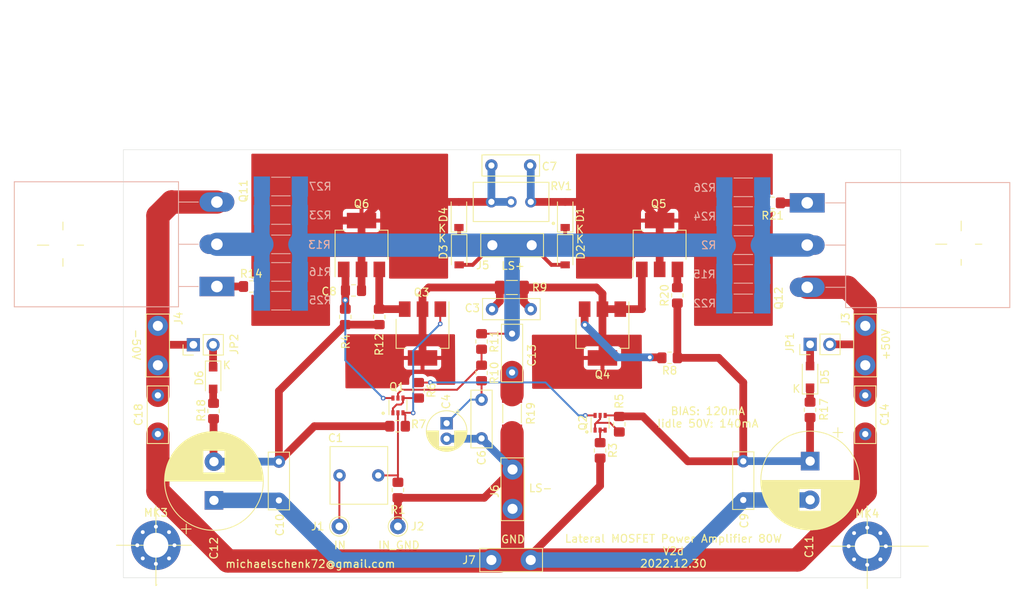
<source format=kicad_pcb>
(kicad_pcb (version 20211014) (generator pcbnew)
  (layers (0 "F.Cu" signal) (31 "B.Cu" signal) (34 "B.Paste" user) (35 "F.Paste" user) (36 "B.SilkS" user "B.Silkscreen") (37 "F.SilkS" user "F.Silkscreen") (38 "B.Mask" user) (39 "F.Mask" user) (44 "Edge.Cuts" user))
  (net 0 "")
  (net 1 "GND")
  (net 2 "Net-(C3-Pad1)")
  (net 3 "Net-(C3-Pad2)")
  (net 4 "Net-(C4-Pad1)")
  (net 5 "Net-(Q1-Pad5)")
  (net 6 "Net-(C13-Pad1)")
  (net 7 "Net-(C7-Pad2)")
  (net 8 "Net-(C7-Pad1)")
  (net 9 "Net-(C8-Pad1)")
  (net 10 "Net-(C11-Pad1)")
  (net 11 "Net-(C10-Pad2)")
  (net 12 "Net-(C13-Pad2)")
  (net 13 "Net-(C1-Pad2)")
  (net 14 "Net-(D1-Pad1)")
  (net 15 "Net-(D3-Pad1)")
  (net 16 "Net-(D5-Pad2)")
  (net 17 "Net-(D5-Pad1)")
  (net 18 "Net-(D6-Pad2)")
  (net 19 "Net-(D6-Pad1)")
  (net 20 "Net-(Q1-Pad3)")
  (net 21 "Net-(Q11-Pad1)")
  (net 22 "Net-(C14-Pad1)")
  (net 23 "Net-(C18-Pad2)")
  (net 24 "Net-(Q1-Pad1)")
  (net 25 "Net-(Q2-Pad6)")
  (net 26 "Net-(Q3-Pad3)")
  (net 27 "Net-(Q4-Pad3)")
  (net 28 "Net-(Q5-Pad3)")
  (net 29 "Net-(Q2-Pad2)")
  (net 30 "Net-(Q2-Pad1)")
  (net 31 "Net-(Q12-Pad1)")
  (net 32 "Net-(Q1-Pad2)")
  (net 33 "Net-(Q11-Pad2)")
  (net 34 "Net-(Q12-Pad2)")
  (footprint "Resistor_SMD:R_0805_2012Metric_Pad1.20x1.40mm_HandSolder" (layer "F.Cu") (at 180.721 63.373 90)
    (fp_text reference "R20")
    (fp_text value "100R")
  )
  (footprint "Capacitor_THT:C_Rect_L7.2mm_W7.2mm_P5.00mm_FKS2_FKP2_MKS2_MKP2" (layer "F.Cu") (at 142.113 86.614 180)
    (fp_text reference "C1")
    (fp_text value "3.3uF")
  )
  (footprint "Capacitor_THT:C_Rect_L7.2mm_W2.5mm_P5.00mm_FKS2_FKP2_MKS2_MKP2" (layer "F.Cu") (at 161.798 65.151 180)
    (fp_text reference "C3")
    (fp_text value "10n")
  )
  (footprint "Capacitor_THT:CP_Radial_D5.0mm_P2.00mm" (layer "F.Cu") (at 150.9395 79.883 -90)
    (fp_text reference "C4")
    (fp_text value "47u/16V")
  )
  (footprint "Capacitor_THT:C_Rect_L7.2mm_W2.5mm_P5.00mm_FKS2_FKP2_MKS2_MKP2" (layer "F.Cu") (at 155.448 76.835 -90)
    (fp_text reference "C6")
    (fp_text value "100n")
  )
  (footprint "Capacitor_SMD:C_0805_2012Metric_Pad1.18x1.45mm_HandSolder" (layer "F.Cu") (at 138.9165 62.738)
    (fp_text reference "C8")
    (fp_text value "18p")
  )
  (footprint "Capacitor_THT:C_Rect_L7.2mm_W2.5mm_P5.00mm_FKS2_FKP2_MKS2_MKP2" (layer "F.Cu") (at 189.23 84.789 -90)
    (fp_text reference "C9")
    (fp_text value "100n")
  )
  (footprint "Capacitor_THT:CP_Radial_D12.5mm_P5.00mm" (layer "F.Cu") (at 197.866 84.7725 -90)
    (fp_text reference "C11")
    (fp_text value "220u/100V")
  )
  (footprint "Capacitor_THT:C_Rect_L7.2mm_W2.5mm_P5.00mm_FKS2_FKP2_MKS2_MKP2" (layer "F.Cu") (at 159.385 68.326 -90)
    (fp_text reference "C13")
    (fp_text value "22n")
  )
  (footprint "Diode_SMD:D_SOD-123" (layer "F.Cu") (at 166.243 52.958 90)
    (fp_text reference "D1")
    (fp_text value "1N914")
  )
  (footprint "Diode_SMD:D_SOD-123" (layer "F.Cu") (at 166.243 57.785 -90)
    (fp_text reference "D2")
    (fp_text value "12V/0.5W")
  )
  (footprint "Diode_SMD:D_SOD-123" (layer "F.Cu") (at 152.5524 57.785 -90)
    (fp_text reference "D3")
    (fp_text value "1N914")
  )
  (footprint "Diode_SMD:D_SOD-123" (layer "F.Cu") (at 152.527 52.958 90)
    (fp_text reference "D4")
    (fp_text value "12V/0.5W")
  )
  (footprint "Diode_SMD:D_SOD-123F" (layer "F.Cu") (at 197.85 73.9 90)
    (fp_text reference "D5")
    (fp_text value "SM4002PL-TP")
  )
  (footprint "Connector_Pin:Pin_D1.0mm_L10.0mm" (layer "F.Cu") (at 137.0935 93.2)
    (fp_text reference "J1")
    (fp_text value "Conn_01x01")
  )
  (footprint "Connector_Pin:Pin_D1.0mm_L10.0mm" (layer "F.Cu") (at 144.65 93.2)
    (fp_text reference "J2")
    (fp_text value "Conn_01x01")
  )
  (footprint "kicad-snk:TE-726386-2_Pitch5.08mm_Drill1.3mm" (layer "F.Cu") (at 204.978 72.39 90)
    (fp_text reference "J3")
    (fp_text value "+50V")
  )
  (footprint "kicad-snk:TE-726386-2_Pitch5.08mm_Drill1.3mm" (layer "F.Cu") (at 156.845 56.896)
    (fp_text reference "J5")
    (fp_text value "LS+")
  )
  (footprint "kicad-snk:TE-726386-2_Pitch5.08mm_Drill1.3mm" (layer "F.Cu") (at 159.4485 85.852 -90)
    (fp_text reference "J6")
    (fp_text value "LS-")
  )
  (footprint "kicad-snk:TE-726386-2_Pitch5.08mm_Drill1.3mm" (layer "F.Cu") (at 156.718 97.536)
    (fp_text reference "J7")
    (fp_text value "GND")
  )
  (footprint "Connector_PinHeader_2.54mm:PinHeader_1x02_P2.54mm_Vertical" (layer "F.Cu") (at 197.86 69.7 90)
    (fp_text reference "JP1")
    (fp_text value "Jump")
  )
  (footprint "MountingHole:MountingHole_3.2mm_M3_Pad_Via" (layer "F.Cu") (at 113.411 95.631)
    (fp_text reference "MK3")
    (fp_text value "Mounting_Hole_PAD")
  )
  (footprint "MountingHole:MountingHole_3.2mm_M3_Pad_Via" (layer "F.Cu") (at 205.232 95.758)
    (fp_text reference "MK4")
    (fp_text value "Mounting_Hole_PAD")
  )
  (footprint "Resistor_SMD:R_0805_2012Metric_Pad1.20x1.40mm_HandSolder" (layer "F.Cu") (at 144.65 88.503 -90)
    (fp_text reference "R1")
    (fp_text value "22k")
  )
  (footprint "Resistor_SMD:R_0805_2012Metric_Pad1.20x1.40mm_HandSolder" (layer "F.Cu") (at 170.7515 83.3915 -90)
    (fp_text reference "R3")
    (fp_text value "22k/0.25W")
  )
  (footprint "Resistor_SMD:R_0805_2012Metric_Pad1.20x1.40mm_HandSolder" (layer "F.Cu") (at 173.228 80.01 -90)
    (fp_text reference "R5")
    (fp_text value "680R")
  )
  (footprint "Resistor_SMD:R_0805_2012Metric_Pad1.20x1.40mm_HandSolder" (layer "F.Cu") (at 147.32 75.6285 -90)
    (fp_text reference "R6")
    (fp_text value "22k")
  )
  (footprint "Resistor_SMD:R_1206_3216Metric_Pad1.30x1.75mm_HandSolder" (layer "F.Cu") (at 159.359 62.357 180)
    (fp_text reference "R9")
    (fp_text value "12k/1W")
  )
  (footprint "Resistor_SMD:R_0805_2012Metric_Pad1.20x1.40mm_HandSolder" (layer "F.Cu") (at 155.448 73.39 -90)
    (fp_text reference "R10")
    (fp_text value "1k")
  )
  (footprint "Resistor_SMD:R_0805_2012Metric_Pad1.20x1.40mm_HandSolder" (layer "F.Cu") (at 155.448 69.326 -90)
    (fp_text reference "R11")
    (fp_text value "22k")
  )
  (footprint "Resistor_SMD:R_0805_2012Metric_Pad1.20x1.40mm_HandSolder" (layer "F.Cu") (at 142.24 66.151 -90)
    (fp_text reference "R12")
    (fp_text value "100R")
  )
  (footprint "Resistor_SMD:R_0805_2012Metric_Pad1.20x1.40mm_HandSolder" (layer "F.Cu") (at 125.714 62.23)
    (fp_text reference "R14")
    (fp_text value "220R")
  )
  (footprint "Resistor_SMD:R_0805_2012Metric_Pad1.20x1.40mm_HandSolder" (layer "F.Cu") (at 197.85 78.15 90)
    (fp_text reference "R17")
    (fp_text value "100R")
  )
  (footprint "Resistor_SMD:R_MELF_MMB-0207" (layer "F.Cu") (at 159.385 78.65 -90)
    (fp_text reference "R19")
    (fp_text value "6.8R/1W")
  )
  (footprint "Resistor_SMD:R_0805_2012Metric_Pad1.20x1.40mm_HandSolder" (layer "F.Cu") (at 193.024 51.435 180)
    (fp_text reference "R21")
    (fp_text value "220R")
  )
  (footprint "Capacitor_THT:C_Rect_L7.2mm_W2.5mm_P5.00mm_FKS2_FKP2_MKS2_MKP2" (layer "F.Cu") (at 204.978 76.28 -90)
    (fp_text reference "C14")
    (fp_text value "100n")
  )
  (footprint "Resistor_SMD:R_0805_2012Metric_Pad1.20x1.40mm_HandSolder" (layer "F.Cu") (at 120.85 78.3 -90)
    (fp_text reference "R18")
    (fp_text value "100R")
  )
  (footprint "Capacitor_THT:C_Rect_L7.2mm_W2.5mm_P5.00mm_FKS2_FKP2_MKS2_MKP2" (layer "F.Cu") (at 129.286 89.836 90)
    (fp_text reference "C10")
    (fp_text value "100n")
  )
  (footprint "Capacitor_THT:CP_Radial_D12.5mm_P5.00mm" (layer "F.Cu") (at 120.904 89.836 90)
    (fp_text reference "C12")
    (fp_text value "220u/100V")
  )
  (footprint "Resistor_SMD:R_0805_2012Metric_Pad1.20x1.40mm_HandSolder" (layer "F.Cu") (at 144.6055 80.264 180)
    (fp_text reference "R7")
    (fp_text value "4k7")
  )
  (footprint "Resistor_SMD:R_0805_2012Metric_Pad1.20x1.40mm_HandSolder" (layer "F.Cu") (at 137.8585 66.151 -90)
    (fp_text reference "R4")
    (fp_text value "4k7")
  )
  (footprint "Package_TO_SOT_SMD:SOT-223-3_TabPin2" (layer "F.Cu") (at 147.828 68.301 -90)
    (fp_text reference "Q3")
    (fp_text value "DZT5551")
  )
  (footprint "Package_TO_SOT_SMD:SOT-223-3_TabPin2" (layer "F.Cu") (at 171.055 68.301 -90)
    (fp_text reference "Q4")
    (fp_text value "DZT5401")
  )
  (footprint "Package_TO_SOT_SMD:SOT-223-3_TabPin2" (layer "F.Cu") (at 178.435 56.871 90)
    (fp_text reference "Q5")
    (fp_text value "DZT5401")
  )
  (footprint "Package_TO_SOT_SMD:SOT-223-3_TabPin2" (layer "F.Cu") (at 139.954 56.871 90)
    (fp_text reference "Q6")
    (fp_text value "DZT5551")
  )
  (footprint "Package_TO_SOT_SMD:SOT-363_SC-70-6" (layer "F.Cu") (at 144.6555 77.582 90)
    (fp_text reference "Q1")
    (fp_text value "BC856BS")
  )
  (footprint "Package_TO_SOT_SMD:SOT-363_SC-70-6" (layer "F.Cu") (at 170.7515 79.8195 90)
    (fp_text reference "Q2")
    (fp_text value "BC856BS")
  )
  (footprint "kicad-snk:TE-726386-2_Pitch5.08mm_Drill1.3mm" (layer "F.Cu") (at 113.665 72.39 90)
    (fp_text reference "J4")
    (fp_text value "-50V")
  )
  (footprint "Connector_PinHeader_2.54mm:PinHeader_1x02_P2.54mm_Vertical" (layer "F.Cu") (at 118.25 69.75 90)
    (fp_text reference "JP2")
    (fp_text value "Jump")
  )
  (footprint "Capacitor_THT:C_Rect_L7.2mm_W2.5mm_P5.00mm_FKS2_FKP2_MKS2_MKP2" (layer "F.Cu") (at 113.665 81.28 90)
    (fp_text reference "C18")
    (fp_text value "100n")
  )
  (footprint "Diode_SMD:D_SOD-123F" (layer "F.Cu") (at 120.8 74.05 -90)
    (fp_text reference "D6")
    (fp_text value "SM4002PL-TP")
  )
  (footprint "Capacitor_THT:C_Rect_L7.2mm_W2.5mm_P5.00mm_FKS2_FKP2_MKS2_MKP2" (layer "F.Cu") (at 156.718 46.609)
    (fp_text reference "C7")
    (fp_text value "100n")
  )
  (footprint "Potentiometer_THT:Potentiometer_Bourns_3296W_Vertical" (layer "F.Cu") (at 161.798 51.308)
    (fp_text reference "RV1")
    (fp_text value "500R")
  )
  (footprint "Resistor_SMD:R_0805_2012Metric_Pad1.20x1.40mm_HandSolder" (layer "F.Cu") (at 179.721 71.4375 180)
    (fp_text reference "R8")
    (fp_text value "100R")
  )
  (footprint "Package_TO_SOT_THT:TO-247-3_Horizontal_TabUp" (layer "B.Cu") (at 121.285 62.23 90)
    (fp_text reference "Q11")
    (fp_text value "ECX10P20")
  )
  (footprint "Package_TO_SOT_THT:TO-247-3_Horizontal_TabUp" (layer "B.Cu") (at 197.485 51.435 -90)
    (fp_text reference "Q12")
    (fp_text value "ECX10N20")
  )
  (footprint "Resistor_SMD:R_MELF_MMB-0207" (layer "B.Cu") (at 189.2416 56.896 180)
    (fp_text reference "R2")
    (fp_text value "1R")
  )
  (footprint "Resistor_SMD:R_MELF_MMB-0207" (layer "B.Cu") (at 189.23 53.1368 180)
    (fp_text reference "R24")
    (fp_text value "1R")
  )
  (footprint "Resistor_SMD:R_MELF_MMB-0207" (layer "B.Cu") (at 189.23 64.4144 180)
    (fp_text reference "R22")
    (fp_text value "1R")
  )
  (footprint "Resistor_SMD:R_MELF_MMB-0207" (layer "B.Cu") (at 129.54 53 180)
    (fp_text reference "R23")
    (fp_text value "1R")
  )
  (footprint "Resistor_SMD:R_MELF_MMB-0207" (layer "B.Cu") (at 129.54 49.3268 180)
    (fp_text reference "R27")
    (fp_text value "1R")
  )
  (footprint "Resistor_SMD:R_MELF_MMB-0207" (layer "B.Cu") (at 129.54 64.0588 180)
    (fp_text reference "R25")
    (fp_text value "1R")
  )
  (footprint "Resistor_SMD:R_MELF_MMB-0207" (layer "B.Cu") (at 189.23 49.4284 180)
    (fp_text reference "R26")
    (fp_text value "1R")
  )
  (footprint "Resistor_SMD:R_MELF_MMB-0207" (layer "B.Cu") (at 189.2416 60.6044 180)
    (fp_text reference "R15")
    (fp_text value "1R")
  )
  (footprint "Resistor_SMD:R_MELF_MMB-0207" (layer "B.Cu") (at 129.54 56.7944 180)
    (fp_text reference "R13")
    (fp_text value "1R")
  )
  (footprint "Resistor_SMD:R_MELF_MMB-0207" (layer "B.Cu") (at 129.54 60.3504 180)
    (fp_text reference "R16")
    (fp_text value "1R")
  )
  (gr_line (start 98.1075 56.896) (end 104.0765 56.896) (layer "F.SilkS") (width 0.12))
  (gr_line (start 101.4095 53.9115) (end 101.4095 59.6265) (layer "F.SilkS") (width 0.12))
  (gr_line (start 213.106 95.758) (end 200.533 95.758) (layer "F.SilkS") (width 0.12))
  (gr_line (start 117.983 95.631) (end 108.331 95.631) (layer "F.SilkS") (width 0.12))
  (gr_line (start 205.232 101.219) (end 205.232 90.551) (layer "F.SilkS") (width 0.12))
  (gr_line (start 217.3605 53.7845) (end 217.3605 59.4995) (layer "F.SilkS") (width 0.12))
  (gr_line (start 214.0585 56.769) (end 220.0275 56.769) (layer "F.SilkS") (width 0.12))
  (gr_line (start 113.411 90.551) (end 113.411 100.838) (layer "F.SilkS") (width 0.12))
  (gr_line (start 113.411 100.838) (end 113.538 100.711) (layer "F.SilkS") (width 0.12))
  (gr_line (start 109.22 99.822) (end 209.55 99.822) (layer "Edge.Cuts") (width 0.05))
  (gr_line (start 109.22 44.577) (end 109.22 99.822) (layer "Edge.Cuts") (width 0.05))
  (gr_line (start 209.55 44.577) (end 209.55 99.822) (layer "Edge.Cuts") (width 0.05))
  (gr_line (start 109.22 44.577) (end 209.55 44.577) (layer "Edge.Cuts") (width 0.05))
  (gr_text "GND" (at 159.512 94.869) (layer "F.SilkS") (effects (font (size 1 1))))
  (gr_text "-50V" (at 110.871 69.723 -90) (layer "F.SilkS") (effects (font (size 1 1))))
  (gr_text "°" (at 164.719 54.483) (layer "F.SilkS") (effects (font (size 1 1))))
  (gr_text "°" (at 169.037 81.407) (layer "F.SilkS") (effects (font (size 1 1))))
  (gr_text "°" (at 142.748 78.994) (layer "F.SilkS") (effects (font (size 1 1))))
  (gr_text "IN" (at 137.16 95.631) (layer "F.SilkS") (effects (font (size 1 1))))
  (gr_text "LS+" (at 159.512 59.563) (layer "F.SilkS") (effects (font (size 1 1))))
  (gr_text "K" (at 122.555 72.39) (layer "F.SilkS") (effects (font (size 1 1))))
  (gr_text "+50V" (at 207.645 69.723 90) (layer "F.SilkS") (effects (font (size 1 1))))
  (gr_text "IN_GND" (at 144.78 95.631) (layer "F.SilkS") (effects (font (size 1 1))))
  (gr_text "K" (at 168.148 56.134) (layer "F.SilkS") (effects (font (size 1 1))))
  (gr_text "michaelschenk72@gmail.com" (at 133.35 98.044) (layer "F.SilkS") (effects (font (size 1 1))))
  (gr_text "K" (at 196.088 75.438) (layer "F.SilkS") (effects (font (size 1 1))))
  (gr_text "BIAS: 120mA\nIidle 50V: 140mA" (at 184.658 79.121) (layer "F.SilkS") (effects (font (size 1 1))))
  (gr_text "K" (at 150.368 56.007) (layer "F.SilkS") (effects (font (size 1 1))))
  (gr_text "Lateral MOSFET Power Amplifier 80W\nV2d\n2022.12.30" (at 180.213 96.393) (layer "F.SilkS") (effects (font (size 1 1))))
  (gr_text "K" (at 168.148 54.864) (layer "F.SilkS") (effects (font (size 1 1))))
  (gr_text "K" (at 150.368 54.737) (layer "F.SilkS") (effects (font (size 1 1))))
  (gr_text "LS-" (at 163.068 88.265) (layer "F.SilkS") (effects (font (size 1 1))))
  (segment (start 159.4485 96.8375) (end 161.8615 96.8375) (width 1) (layer "F.Cu") (net 1))
  (segment (start 113.665 81.28) (end 113.665 88.632998) (width 3) (layer "F.Cu") (net 1))
  (segment (start 196.201998 97.536) (end 160.9725 97.536) (width 3) (layer "F.Cu") (net 1))
  (segment (start 144.65 93.2) (end 144.65 89.503) (width 1) (layer "F.Cu") (net 1))
  (segment (start 159.4485 85.852) (end 159.4485 90.932) (width 3) (layer "F.Cu") (net 1))
  (segment (start 161.8615 96.8375) (end 170.7515 87.9475) (width 1) (layer "F.Cu") (net 1))
  (segment (start 122.695002 97.663) (end 157.7975 97.663) (width 3) (layer "F.Cu") (net 1))
  (segment (start 158.75 97.536) (end 156.718 97.536) (width 3) (layer "F.Cu") (net 1))
  (segment (start 170.7515 87.9475) (end 170.7515 84.3915) (width 1) (layer "F.Cu") (net 1))
  (segment (start 144.65 89.503) (end 155.7975 89.503) (width 1) (layer "F.Cu") (net 1))
  (segment (start 159.385 81.1) (end 159.385 85.7885) (width 3) (layer "F.Cu") (net 1))
  (segment (start 204.978 88.759998) (end 196.201998 97.536) (width 3) (layer "F.Cu") (net 1))
  (segment (start 155.7975 89.503) (end 159.4485 85.852) (width 1) (layer "F.Cu") (net 1))
  (segment (start 204.978 81.28) (end 204.978 88.759998) (width 3) (layer "F.Cu") (net 1))
  (segment (start 161.798 97.536) (end 158.75 97.536) (width 3) (layer "F.Cu") (net 1))
  (segment (start 159.4485 90.932) (end 159.4485 96.8375) (width 3) (layer "F.Cu") (net 1))
  (segment (start 113.665 88.632998) (end 122.695002 97.663) (width 3) (layer "F.Cu") (net 1))
  (segment (start 159.4485 96.8375) (end 158.75 97.536) (width 3) (layer "F.Cu") (net 1))
  (segment (start 189.23 89.789) (end 181.469 97.55) (width 2) (layer "B.Cu") (net 1))
  (segment (start 156.718 97.536) (end 136.986 97.536) (width 2) (layer "B.Cu") (net 1))
  (segment (start 181.455 97.536) (end 181.469 97.55) (width 2) (layer "B.Cu") (net 1))
  (segment (start 150.9395 81.883) (end 155.4 81.883) (width 1) (layer "B.Cu") (net 1))
  (segment (start 155.448 81.8515) (end 159.4485 85.852) (width 1) (layer "B.Cu") (net 1))
  (segment (start 189.23 89.789) (end 197.8495 89.789) (width 2) (layer "B.Cu") (net 1))
  (segment (start 129.286 89.836) (end 120.904 89.836) (width 2) (layer "B.Cu") (net 1))
  (segment (start 136.986 97.536) (end 129.286 89.836) (width 2) (layer "B.Cu") (net 1))
  (segment (start 161.798 97.536) (end 181.455 97.536) (width 2) (layer "B.Cu") (net 1))
  (segment (start 160.909 62.357) (end 160.909 64.262) (width 1) (layer "F.Cu") (net 2))
  (segment (start 160.909 62.357) (end 170.261 62.357) (width 1) (layer "F.Cu") (net 2))
  (segment (start 176.149 65.151) (end 176.135 65.137) (width 1) (layer "F.Cu") (net 2))
  (segment (start 176.135 65.137) (end 176.135 60.021) (width 1) (layer "F.Cu") (net 2))
  (segment (start 160.909 64.262) (end 161.798 65.151) (width 1) (layer "F.Cu") (net 2))
  (segment (start 171.055 63.151) (end 171.055 65.151) (width 1) (layer "F.Cu") (net 2))
  (segment (start 171.055 71.451) (end 171.055 65.151) (width 1) (layer "F.Cu") (net 2))
  (segment (start 171.055 65.151) (end 173.355 65.151) (width 1) (layer "F.Cu") (net 2))
  (segment (start 173.355 65.151) (end 176.149 65.151) (width 1) (layer "F.Cu") (net 2))
  (segment (start 170.261 62.357) (end 171.055 63.151) (width 1) (layer "F.Cu") (net 2))
  (segment (start 157.809 62.357) (end 157.809 64.14) (width 1) (layer "F.Cu") (net 3))
  (segment (start 147.828 63.151) (end 147.828 65.151) (width 1) (layer "F.Cu") (net 3))
  (segment (start 157.809 62.357) (end 148.622 62.357) (width 1) (layer "F.Cu") (net 3))
  (segment (start 147.828 65.151) (end 147.828 71.451) (width 1) (layer "F.Cu") (net 3))
  (segment (start 148.622 62.357) (end 147.828 63.151) (width 1) (layer "F.Cu") (net 3))
  (segment (start 157.809 64.14) (end 156.798 65.151) (width 1) (layer "F.Cu") (net 3))
  (segment (start 155.448 76.835) (end 155.448 74.39) (width 0.25) (layer "F.Cu") (net 4))
  (segment (start 153.9875 76.835) (end 150.9395 79.883) (width 0.25) (layer "B.Cu") (net 4))
  (segment (start 155.448 76.835) (end 153.9875 76.835) (width 0.25) (layer "B.Cu") (net 4))
  (segment (start 155.448 72.39) (end 155.448 70.326) (width 0.25) (layer "F.Cu") (net 5))
  (segment (start 144.6555 76.632) (end 144.6555 76.057) (width 0.25) (layer "F.Cu") (net 5))
  (segment (start 152.28449 75.55351) (end 155.448 72.39) (width 0.25) (layer "F.Cu") (net 5))
  (segment (start 145.15899 75.55351) (end 152.28449 75.55351) (width 0.25) (layer "F.Cu") (net 5))
  (segment (start 144.6555 76.057) (end 145.15899 75.55351) (width 0.25) (layer "F.Cu") (net 5))
  (segment (start 166.243 59.435) (end 164.464 59.435) (width 0.5) (layer "F.Cu") (net 6))
  (segment (start 154.306 59.435) (end 156.845 56.896) (width 0.5) (layer "F.Cu") (net 6))
  (segment (start 152.5524 59.435) (end 154.306 59.435) (width 0.5) (layer "F.Cu") (net 6))
  (segment (start 164.464 59.435) (end 161.925 56.896) (width 0.5) (layer "F.Cu") (net 6))
  (segment (start 159.385 68.326) (end 155.448 68.326) (width 0.25) (layer "F.Cu") (net 6))
  (segment (start 161.925 56.896) (end 159.4104 56.896) (width 3) (layer "B.Cu") (net 6))
  (segment (start 161.925 56.896) (end 186.7916 56.896) (width 3) (layer "B.Cu") (net 6))
  (segment (start 159.4104 56.896) (end 156.845 56.896) (width 3) (layer "B.Cu") (net 6))
  (segment (start 159.385 56.9214) (end 159.4104 56.896) (width 2) (layer "B.Cu") (net 6))
  (segment (start 132.0916 56.896) (end 131.99 56.7944) (width 3) (layer "B.Cu") (net 6))
  (segment (start 159.385 68.326) (end 159.385 56.9214) (width 2) (layer "B.Cu") (net 6))
  (segment (start 131.99 64.0588) (end 131.99 49.3268) (width 2) (layer "B.Cu") (net 6))
  (segment (start 156.845 56.896) (end 132.0916 56.896) (width 3) (layer "B.Cu") (net 6))
  (segment (start 186.78 64.4144) (end 186.78 49.4284) (width 2) (layer "B.Cu") (net 6))
  (segment (start 178.435 60.021) (end 178.435 53.721) (width 1) (layer "F.Cu") (net 7))
  (segment (start 178.435 52.959) (end 178.435 53.721) (width 1) (layer "F.Cu") (net 7))
  (segment (start 179.959 51.435) (end 178.435 52.959) (width 1) (layer "F.Cu") (net 7))
  (segment (start 166.243 51.308) (end 176.022 51.308) (width 1) (layer "F.Cu") (net 7))
  (segment (start 192.024 51.435) (end 179.959 51.435) (width 1) (layer "F.Cu") (net 7))
  (segment (start 166.243 51.308) (end 161.798 51.308) (width 1) (layer "F.Cu") (net 7))
  (segment (start 176.022 51.308) (end 178.435 53.721) (width 1) (layer "F.Cu") (net 7))
  (segment (start 161.798 51.308) (end 161.798 46.689) (width 1) (layer "B.Cu") (net 7))
  (segment (start 128.27 62.23) (end 126.714 62.23) (width 1) (layer "F.Cu") (net 8))
  (segment (start 139.954 60.021) (end 139.954 53.721) (width 1) (layer "F.Cu") (net 8))
  (segment (start 139.954 62.738) (end 139.954 60.021) (width 1) (layer "F.Cu") (net 8))
  (segment (start 156.718 51.308) (end 152.527 51.308) (width 1) (layer "F.Cu") (net 8))
  (segment (start 136.779 53.721) (end 128.27 62.23) (width 1) (layer "F.Cu") (net 8))
  (segment (start 152.527 51.308) (end 142.367 51.308) (width 1) (layer "F.Cu") (net 8))
  (segment (start 142.367 51.308) (end 139.954 53.721) (width 1) (layer "F.Cu") (net 8))
  (segment (start 139.954 53.721) (end 136.779 53.721) (width 1) (layer "F.Cu") (net 8))
  (segment (start 159.258 51.308) (end 156.718 51.308) (width 1) (layer "B.Cu") (net 8))
  (segment (start 156.718 51.308) (end 156.718 46.609) (width 1) (layer "B.Cu") (net 8))
  (segment (start 137.8585 64.008) (end 137.8585 62.7585) (width 1) (layer "F.Cu") (net 9))
  (segment (start 144.0055 76.632) (end 142.7605 76.632) (width 0.25) (layer "F.Cu") (net 9))
  (segment (start 137.8585 65.151) (end 137.8585 64.008) (width 1) (layer "F.Cu") (net 9))
  (segment (start 137.879 62.738) (end 137.879 60.246) (width 1) (layer "F.Cu") (net 9))
  (segment (start 142.7605 76.632) (end 142.748 76.6445) (width 0.25) (layer "F.Cu") (net 9))
  (via (at 137.8585 64.008) (size 0.8) (drill 0.4) (layers "F.Cu" "B.Cu") (net 9))
  (via (at 142.748 76.6445) (size 0.6) (drill 0.3) (layers "F.Cu" "B.Cu") (net 9))
  (segment (start 142.748 76.6445) (end 137.8585 71.755) (width 0.25) (layer "B.Cu") (net 9))
  (segment (start 137.8585 71.755) (end 137.8585 64.008) (width 0.25) (layer "B.Cu") (net 9))
  (segment (start 171.4015 78.8695) (end 173.0875 78.8695) (width 0.25) (layer "F.Cu") (net 10))
  (segment (start 197.85 79.15) (end 197.85 84.7565) (width 1) (layer "F.Cu") (net 10))
  (segment (start 189.23 74.6125) (end 186.055 71.4375) (width 1) (layer "F.Cu") (net 10))
  (segment (start 186.055 71.4375) (end 180.721 71.4375) (width 1) (layer "F.Cu") (net 10))
  (segment (start 182.071 84.789) (end 176.276 78.994) (width 1) (layer "F.Cu") (net 10))
  (segment (start 189.23 84.789) (end 189.23 74.6125) (width 1) (layer "F.Cu") (net 10))
  (segment (start 189.23 84.789) (end 182.071 84.789) (width 1) (layer "F.Cu") (net 10))
  (segment (start 176.276 78.994) (end 173.244 78.994) (width 1) (layer "F.Cu") (net 10))
  (segment (start 180.721 71.4375) (end 180.721 64.373) (width 1) (layer "F.Cu") (net 10))
  (segment (start 197.866 84.7725) (end 189.2465 84.7725) (width 1) (layer "B.Cu") (net 10))
  (segment (start 129.286 84.836) (end 129.286 75.7235) (width 1) (layer "F.Cu") (net 11))
  (segment (start 133.858 80.264) (end 129.286 84.836) (width 1) (layer "F.Cu") (net 11))
  (segment (start 137.8585 67.151) (end 142.24 67.151) (width 1) (layer "F.Cu") (net 11))
  (segment (start 129.286 75.7235) (end 137.8585 67.151) (width 1) (layer "F.Cu") (net 11))
  (segment (start 143.6055 80.264) (end 133.858 80.264) (width 1) (layer "F.Cu") (net 11))
  (segment (start 120.85 79.3) (end 120.85 84.782) (width 1) (layer "F.Cu") (net 11))
  (segment (start 129.286 84.836) (end 120.904 84.836) (width 1) (layer "B.Cu") (net 11))
  (segment (start 159.385 73.326) (end 159.385 76.2) (width 3) (layer "F.Cu") (net 12))
  (segment (start 137.0935 93.2) (end 137.0935 86.6335) (width 0.25) (layer "F.Cu") (net 13))
  (segment (start 166.243 56.135) (end 166.243 54.608) (width 0.5) (layer "F.Cu") (net 14))
  (segment (start 152.5524 56.135) (end 152.5524 54.6334) (width 0.5) (layer "F.Cu") (net 15))
  (segment (start 197.86 69.7) (end 197.86 72.49) (width 1) (layer "F.Cu") (net 16))
  (segment (start 197.85 75.3) (end 197.85 77.15) (width 1) (layer "F.Cu") (net 17))
  (segment (start 120.8 75.45) (end 120.8 77.25) (width 1) (layer "F.Cu") (net 18))
  (segment (start 120.79 69.75) (end 120.79 72.64) (width 1) (layer "F.Cu") (net 19))
  (segment (start 145.3055 78.532) (end 146.604 78.532) (width 0.25) (layer "F.Cu") (net 20))
  (segment (start 145.6055 80.264) (end 145.6055 78.832) (width 0.25) (layer "F.Cu") (net 20))
  (segment (start 145.6055 78.832) (end 145.3055 78.532) (width 0.25) (layer "F.Cu") (net 20))
  (segment (start 146.604 78.532) (end 146.6215 78.5495) (width 0.25) (layer "F.Cu") (net 20))
  (segment (start 150.114 67.056) (end 150.114 65.165) (width 0.25) (layer "F.Cu") (net 20))
  (via (at 146.6215 78.5495) (size 0.6) (drill 0.3) (layers "F.Cu" "B.Cu") (net 20))
  (via (at 150.114 67.056) (size 0.6) (drill 0.3) (layers "F.Cu" "B.Cu") (net 20))
  (segment (start 146.6215 78.5495) (end 146.6215 70.5485) (width 0.25) (layer "B.Cu") (net 20))
  (segment (start 146.6215 70.5485) (end 150.114 67.056) (width 0.25) (layer "B.Cu") (net 20))
  (segment (start 121.285 62.23) (end 124.714 62.23) (width 1) (layer "F.Cu") (net 21))
  (segment (start 204.978 69.85) (end 204.978 67.31) (width 3) (layer "F.Cu") (net 22))
  (segment (start 200.4 69.7) (end 204.828 69.7) (width 1) (layer "F.Cu") (net 22))
  (segment (start 204.978 67.31) (end 204.978 64.643) (width 3) (layer "F.Cu") (net 22))
  (segment (start 204.978 64.643) (end 202.67 62.335) (width 3) (layer "F.Cu") (net 22))
  (segment (start 204.978 72.39) (end 204.978 69.85) (width 3) (layer "F.Cu") (net 22))
  (segment (start 204.978 76.28) (end 204.978 72.39) (width 3) (layer "F.Cu") (net 22))
  (segment (start 202.67 62.335) (end 197.485 62.335) (width 3) (layer "F.Cu") (net 22))
  (segment (start 204.828 69.7) (end 204.978 69.85) (width 1) (layer "F.Cu") (net 22))
  (segment (start 113.892 69.75) (end 113.665 69.977) (width 1) (layer "F.Cu") (net 23))
  (segment (start 113.665 76.28) (end 113.665 72.39) (width 3) (layer "F.Cu") (net 23))
  (segment (start 113.665 53.086) (end 115.443 51.308) (width 3) (layer "F.Cu") (net 23))
  (segment (start 118.25 69.75) (end 113.892 69.75) (width 1) (layer "F.Cu") (net 23))
  (segment (start 115.465 51.33) (end 121.285 51.33) (width 3) (layer "F.Cu") (net 23))
  (segment (start 115.443 51.308) (end 115.465 51.33) (width 3) (layer "F.Cu") (net 23))
  (segment (start 113.665 67.31) (end 113.665 53.086) (width 3) (layer "F.Cu") (net 23))
  (segment (start 113.665 72.39) (end 113.665 69.977) (width 3) (layer "F.Cu") (net 23))
  (segment (start 113.665 69.977) (end 113.665 67.31) (width 3) (layer "F.Cu") (net 23))
  (segment (start 145.3055 77.207) (end 145.0425 77.47) (width 0.25) (layer "F.Cu") (net 24))
  (segment (start 145.3055 76.632) (end 145.3055 77.207) (width 0.25) (layer "F.Cu") (net 24))
  (segment (start 145.3055 76.632) (end 147.3165 76.632) (width 0.25) (layer "F.Cu") (net 24))
  (segment (start 144.0055 77.957) (end 144.0055 78.532) (width 0.25) (layer "F.Cu") (net 24))
  (segment (start 144.4925 77.47) (end 144.0055 77.957) (width 0.25) (layer "F.Cu") (net 24))
  (segment (start 145.0425 77.47) (end 144.4925 77.47) (width 0.25) (layer "F.Cu") (net 24))
  (segment (start 147.32 74.6285) (end 148.828 74.6285) (width 0.25) (layer "F.Cu") (net 25))
  (segment (start 170.1015 78.8695) (end 168.849 78.8695) (width 0.25) (layer "F.Cu") (net 25))
  (segment (start 148.828 74.6285) (end 148.844 74.6125) (width 0.25) (layer "F.Cu") (net 25))
  (segment (start 168.849 78.8695) (end 168.8465 78.867) (width 0.25) (layer "F.Cu") (net 25))
  (via (at 168.8465 78.867) (size 0.6) (drill 0.3) (layers "F.Cu" "B.Cu") (net 25))
  (via (at 148.844 74.6125) (size 0.6) (drill 0.3) (layers "F.Cu" "B.Cu") (net 25))
  (segment (start 167.9575 78.867) (end 168.8465 78.867) (width 0.25) (layer "B.Cu") (net 25))
  (segment (start 163.703 74.6125) (end 167.9575 78.867) (width 0.25) (layer "B.Cu") (net 25))
  (segment (start 148.844 74.6125) (end 163.703 74.6125) (width 0.25) (layer "B.Cu") (net 25))
  (segment (start 145.528 65.151) (end 142.24 65.151) (width 1) (layer "F.Cu") (net 26))
  (segment (start 142.24 65.151) (end 142.24 60.035) (width 1) (layer "F.Cu") (net 26))
  (segment (start 177.165 71.374) (end 178.6575 71.374) (width 1) (layer "F.Cu") (net 27))
  (segment (start 168.755 67.155) (end 168.783 67.183) (width 1) (layer "F.Cu") (net 27))
  (segment (start 168.755 65.151) (end 168.755 67.155) (width 1) (layer "F.Cu") (net 27))
  (via (at 168.783 67.183) (size 1) (drill 0.5) (layers "F.Cu" "B.Cu") (net 27))
  (via (at 177.165 71.374) (size 1) (drill 0.5) (layers "F.Cu" "B.Cu") (net 27))
  (segment (start 168.783 67.183) (end 172.974 71.374) (width 1) (layer "B.Cu") (net 27))
  (segment (start 172.974 71.374) (end 177.165 71.374) (width 1) (layer "B.Cu") (net 27))
  (segment (start 180.721 62.373) (end 180.721 60.035) (width 1) (layer "F.Cu") (net 28))
  (segment (start 170.7515 82.3915) (end 170.7515 80.7695) (width 0.25) (layer "F.Cu") (net 29))
  (segment (start 170.7515 80.7695) (end 171.4015 80.7695) (width 0.25) (layer "F.Cu") (net 29))
  (segment (start 173.228 81.01) (end 172.046501 79.828501) (width 0.25) (layer "F.Cu") (net 30))
  (segment (start 170.7515 79.329502) (end 170.7515 78.8695) (width 0.25) (layer "F.Cu") (net 30))
  (segment (start 172.046501 79.828501) (end 170.252501 79.828501) (width 0.25) (layer "F.Cu") (net 30))
  (segment (start 170.1015 80.7695) (end 170.1015 79.979502) (width 0.25) (layer "F.Cu") (net 30))
  (segment (start 170.1015 79.979502) (end 170.252501 79.828501) (width 0.25) (layer "F.Cu") (net 30))
  (segment (start 170.252501 79.828501) (end 170.7515 79.329502) (width 0.25) (layer "F.Cu") (net 30))
  (segment (start 197.485 51.435) (end 194.024 51.435) (width 1) (layer "F.Cu") (net 31))
  (segment (start 144.6555 86.5353) (end 144.6555 87.4975) (width 0.25) (layer "F.Cu") (net 32))
  (segment (start 144.6555 78.532) (end 144.6555 86.5353) (width 0.25) (layer "F.Cu") (net 32))
  (segment (start 144.5768 86.614) (end 144.6555 86.5353) (width 0.25) (layer "F.Cu") (net 32))
  (segment (start 142.113 86.614) (end 144.5768 86.614) (width 0.25) (layer "F.Cu") (net 32))
  (segment (start 127.09 64.0588) (end 127.09 49.3268) (width 2) (layer "B.Cu") (net 33))
  (segment (start 127.0756 56.78) (end 127.09 56.7944) (width 3) (layer "B.Cu") (net 33))
  (segment (start 121.285 56.78) (end 127.0756 56.78) (width 3) (layer "B.Cu") (net 33))
  (segment (start 191.68 64.4144) (end 191.68 49.4284) (width 2) (layer "B.Cu") (net 34))
  (segment (start 191.7026 56.885) (end 191.6916 56.896) (width 3) (layer "B.Cu") (net 34))
  (segment (start 197.485 56.885) (end 191.7026 56.885) (width 3) (layer "B.Cu") (net 34))
  (zone (net 3) (net_name "Net-(C3-Pad2)") (layer "F.Cu") (connect_pads (clearance 0.508)) (min_thickness 0.254) (fill yes (thermal_gap 0.508) (thermal_bridge_width 0.508))
    (polygon (pts (xy 152.057961 75.3745) (xy 137.877981 75.3745) (xy 137.83902 68.3895) (xy 152.019 68.3895)))
  )
  (zone (net 7) (net_name "Net-(C7-Pad2)") (layer "F.Cu") (connect_pads (clearance 0.508)) (min_thickness 0.254) (fill yes (thermal_gap 0.508) (thermal_bridge_width 0.508))
    (polygon (pts (xy 167.64 61.214) (xy 175.26 61.214) (xy 175.26 58.42) (xy 182.88 58.42) (xy 182.88 67.31) (xy 193.04 67.31) (xy 193.04 44.704) (xy 167.64 44.704)))
  )
  (zone (net 2) (net_name "Net-(C3-Pad1)") (layer "F.Cu") (connect_pads (clearance 0.508)) (min_thickness 0.254) (fill yes (thermal_gap 0.508) (thermal_bridge_width 0.508))
    (polygon (pts (xy 176.162459 75.438) (xy 161.982479 75.438) (xy 161.943518 68.453) (xy 176.123498 68.453)))
  )
  (zone (net 8) (net_name "Net-(C7-Pad1)") (layer "F.Cu") (connect_pads (clearance 0.508)) (min_thickness 0.254) (fill yes (thermal_gap 0.508) (thermal_bridge_width 0.508))
    (polygon (pts (xy 151.13 61.214) (xy 143.51 61.214) (xy 143.51 58.42) (xy 135.89 58.42) (xy 135.89 67.31) (xy 125.73 67.31) (xy 125.73 44.704) (xy 151.13 44.704)))
  )
)
</source>
